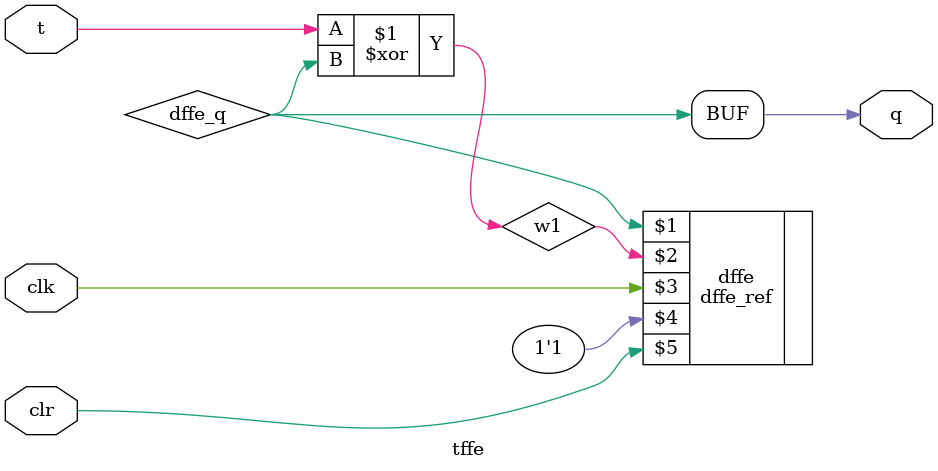
<source format=v>
module tffe(q, t, clk, clr);
    input t, clk, clr;
    output q;

    wire dffe_q, w1;
    assign w1 = (t ^ dffe_q);
    assign q = dffe_q;
    dffe_ref dffe(dffe_q, w1, clk, 1'b1, clr);
endmodule
</source>
